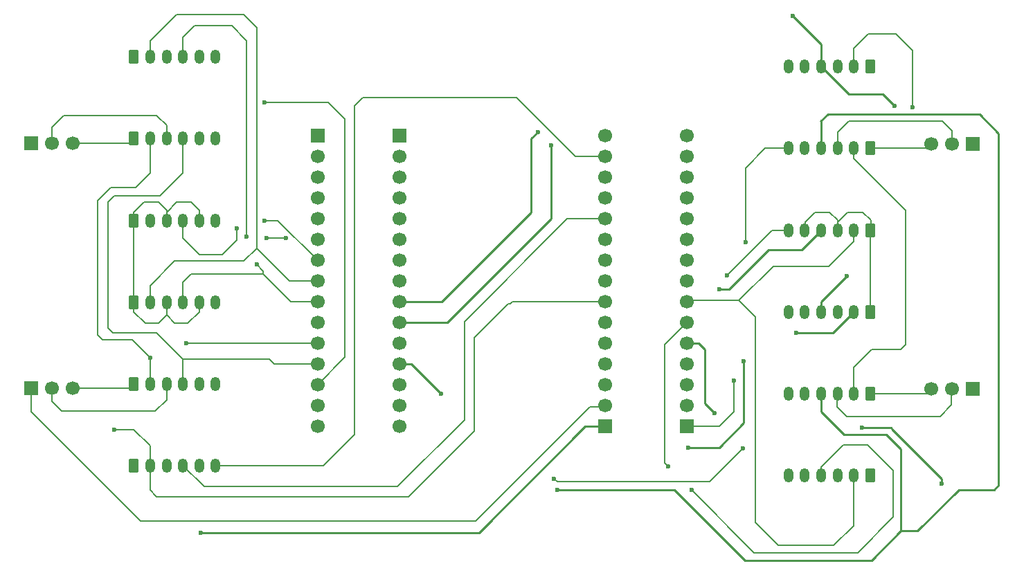
<source format=gbr>
%TF.GenerationSoftware,KiCad,Pcbnew,9.0.7*%
%TF.CreationDate,2026-02-06T13:42:45-05:00*%
%TF.ProjectId,ESP_Breakout,4553505f-4272-4656-916b-6f75742e6b69,rev?*%
%TF.SameCoordinates,Original*%
%TF.FileFunction,Copper,L1,Top*%
%TF.FilePolarity,Positive*%
%FSLAX46Y46*%
G04 Gerber Fmt 4.6, Leading zero omitted, Abs format (unit mm)*
G04 Created by KiCad (PCBNEW 9.0.7) date 2026-02-06 13:42:45*
%MOMM*%
%LPD*%
G01*
G04 APERTURE LIST*
G04 Aperture macros list*
%AMRoundRect*
0 Rectangle with rounded corners*
0 $1 Rounding radius*
0 $2 $3 $4 $5 $6 $7 $8 $9 X,Y pos of 4 corners*
0 Add a 4 corners polygon primitive as box body*
4,1,4,$2,$3,$4,$5,$6,$7,$8,$9,$2,$3,0*
0 Add four circle primitives for the rounded corners*
1,1,$1+$1,$2,$3*
1,1,$1+$1,$4,$5*
1,1,$1+$1,$6,$7*
1,1,$1+$1,$8,$9*
0 Add four rect primitives between the rounded corners*
20,1,$1+$1,$2,$3,$4,$5,0*
20,1,$1+$1,$4,$5,$6,$7,0*
20,1,$1+$1,$6,$7,$8,$9,0*
20,1,$1+$1,$8,$9,$2,$3,0*%
G04 Aperture macros list end*
%TA.AperFunction,ComponentPad*%
%ADD10R,1.700000X1.700000*%
%TD*%
%TA.AperFunction,ComponentPad*%
%ADD11C,1.700000*%
%TD*%
%TA.AperFunction,ComponentPad*%
%ADD12RoundRect,0.250000X-0.350000X-0.625000X0.350000X-0.625000X0.350000X0.625000X-0.350000X0.625000X0*%
%TD*%
%TA.AperFunction,ComponentPad*%
%ADD13O,1.200000X1.750000*%
%TD*%
%TA.AperFunction,ComponentPad*%
%ADD14RoundRect,0.250000X0.350000X0.625000X-0.350000X0.625000X-0.350000X-0.625000X0.350000X-0.625000X0*%
%TD*%
%TA.AperFunction,ViaPad*%
%ADD15C,0.600000*%
%TD*%
%TA.AperFunction,Conductor*%
%ADD16C,0.200000*%
%TD*%
%TA.AperFunction,Conductor*%
%ADD17C,0.250000*%
%TD*%
G04 APERTURE END LIST*
D10*
%TO.P,J5,1,Pin_1*%
%TO.N,+3.3V*%
X213990000Y-94450000D03*
D11*
%TO.P,J5,2,Pin_2*%
%TO.N,Net-(J5-Pin_2)*%
X211450000Y-94450000D03*
%TO.P,J5,3,Pin_3*%
%TO.N,GND*%
X208910000Y-94450000D03*
%TD*%
D12*
%TO.P,J_Drive4,1,1*%
%TO.N,GND*%
X111400000Y-93810000D03*
D13*
%TO.P,J_Drive4,2,2*%
%TO.N,/Drive_Ena+*%
X113400000Y-93810000D03*
%TO.P,J_Drive4,3,3*%
%TO.N,Net-(J6-Pin_2)*%
X115400000Y-93810000D03*
%TO.P,J_Drive4,4,4*%
%TO.N,/Drive_Dir+*%
X117400000Y-93810000D03*
%TO.P,J_Drive4,5,5*%
%TO.N,GND*%
X119400000Y-93810000D03*
%TO.P,J_Drive4,6,6*%
%TO.N,/Drive_Pul+*%
X121400000Y-93810000D03*
%TD*%
D12*
%TO.P,J_Turn1,1,1*%
%TO.N,GND*%
X111400000Y-73810000D03*
D13*
%TO.P,J_Turn1,2,2*%
%TO.N,/Turn_Ena+*%
X113400000Y-73810000D03*
%TO.P,J_Turn1,3,3*%
%TO.N,GND*%
X115400000Y-73810000D03*
%TO.P,J_Turn1,4,4*%
%TO.N,/Turn1_Dir+*%
X117400000Y-73810000D03*
%TO.P,J_Turn1,5,5*%
%TO.N,GND*%
X119400000Y-73810000D03*
%TO.P,J_Turn1,6,6*%
%TO.N,/Turn1_Pul+*%
X121400000Y-73810000D03*
%TD*%
D10*
%TO.P,J8,1,Pin_1*%
%TO.N,Net-(J1-Pin_1)*%
X133850000Y-63410000D03*
D11*
%TO.P,J8,2,Pin_2*%
%TO.N,Net-(J1-Pin_2)*%
X133850000Y-65950000D03*
%TO.P,J8,3,Pin_3*%
%TO.N,Net-(J1-Pin_3)*%
X133850000Y-68490000D03*
%TO.P,J8,4,Pin_4*%
%TO.N,Net-(J1-Pin_4)*%
X133850000Y-71030000D03*
%TO.P,J8,5,Pin_5*%
%TO.N,Net-(J1-Pin_5)*%
X133850000Y-73570000D03*
%TO.P,J8,6,Pin_6*%
%TO.N,/Turn1_Dir+*%
X133850000Y-76110000D03*
%TO.P,J8,7,Pin_7*%
%TO.N,/Turn1_Pul+*%
X133850000Y-78650000D03*
%TO.P,J8,8,Pin_8*%
%TO.N,/Lift_Ena+*%
X133850000Y-81190000D03*
%TO.P,J8,9,Pin_9*%
%TO.N,/Lift_Dir+*%
X133850000Y-83730000D03*
%TO.P,J8,10,Pin_10*%
%TO.N,/Lift_Pul+*%
X133850000Y-86270000D03*
%TO.P,J8,11,Pin_11*%
%TO.N,/Drive_Ena+*%
X133850000Y-88810000D03*
%TO.P,J8,12,Pin_12*%
%TO.N,/Drive_Dir+*%
X133850000Y-91350000D03*
%TO.P,J8,13,Pin_13*%
%TO.N,/Drive_Pul+*%
X133850000Y-93890000D03*
%TO.P,J8,14,Pin_14*%
%TO.N,Net-(J1-Pin_14)*%
X133850000Y-96430000D03*
%TO.P,J8,15,Pin_15*%
%TO.N,Net-(J1-Pin_15)*%
X133850000Y-98970000D03*
%TD*%
D12*
%TO.P,J_Lift4,1,1*%
%TO.N,GND*%
X111400000Y-83810000D03*
D13*
%TO.P,J_Lift4,2,2*%
%TO.N,/Lift_Ena+*%
X113400000Y-83810000D03*
%TO.P,J_Lift4,3,3*%
%TO.N,GND*%
X115400000Y-83810000D03*
%TO.P,J_Lift4,4,4*%
%TO.N,/Lift_Dir+*%
X117400000Y-83810000D03*
%TO.P,J_Lift4,5,5*%
%TO.N,GND*%
X119400000Y-83810000D03*
%TO.P,J_Lift4,6,6*%
%TO.N,/Lift_Pul+*%
X121400000Y-83810000D03*
%TD*%
D14*
%TO.P,J_Turn2,1,1*%
%TO.N,GND*%
X201450000Y-75000000D03*
D13*
%TO.P,J_Turn2,2,2*%
%TO.N,/Turn_Ena+*%
X199450000Y-75000000D03*
%TO.P,J_Turn2,3,3*%
%TO.N,GND*%
X197450000Y-75000000D03*
%TO.P,J_Turn2,4,4*%
%TO.N,/Turn2_Dir+*%
X195450000Y-75000000D03*
%TO.P,J_Turn2,5,5*%
%TO.N,GND*%
X193450000Y-75000000D03*
%TO.P,J_Turn2,6,6*%
%TO.N,/Turn2_Pul+*%
X191450000Y-75000000D03*
%TD*%
D12*
%TO.P,J_Drive1,1,1*%
%TO.N,GND*%
X111400000Y-63810000D03*
D13*
%TO.P,J_Drive1,2,2*%
%TO.N,/Drive_Ena+*%
X113400000Y-63810000D03*
%TO.P,J_Drive1,3,3*%
%TO.N,Net-(J3-Pin_2)*%
X115400000Y-63810000D03*
%TO.P,J_Drive1,4,4*%
%TO.N,/Drive_Dir+*%
X117400000Y-63810000D03*
%TO.P,J_Drive1,5,5*%
%TO.N,GND*%
X119400000Y-63810000D03*
%TO.P,J_Drive1,6,6*%
%TO.N,/Drive_Pul+*%
X121400000Y-63810000D03*
%TD*%
D14*
%TO.P,J_Drive3,1,1*%
%TO.N,GND*%
X201450000Y-95000000D03*
D13*
%TO.P,J_Drive3,2,2*%
%TO.N,/Drive_Ena+*%
X199450000Y-95000000D03*
%TO.P,J_Drive3,3,3*%
%TO.N,Net-(J5-Pin_2)*%
X197450000Y-95000000D03*
%TO.P,J_Drive3,4,4*%
%TO.N,/Drive_Dir+*%
X195450000Y-95000000D03*
%TO.P,J_Drive3,5,5*%
%TO.N,GND*%
X193450000Y-95000000D03*
%TO.P,J_Drive3,6,6*%
%TO.N,/Drive_Pul+*%
X191450000Y-95000000D03*
%TD*%
D10*
%TO.P,J2,1,Pin_1*%
%TO.N,GND*%
X169000000Y-99000000D03*
D11*
%TO.P,J2,2,Pin_2*%
%TO.N,+3.3V*%
X169000000Y-96460000D03*
%TO.P,J2,3,Pin_3*%
%TO.N,/Turn2_Pul+*%
X169000000Y-93920000D03*
%TO.P,J2,4,Pin_4*%
%TO.N,/Turn2_Dir+*%
X169000000Y-91380000D03*
%TO.P,J2,5,Pin_5*%
%TO.N,/Turn3_Pul+*%
X169000000Y-88840000D03*
%TO.P,J2,6,Pin_6*%
%TO.N,/Turn3_Dir+*%
X169000000Y-86300000D03*
%TO.P,J2,7,Pin_7*%
%TO.N,/Turn_Ena+*%
X169000000Y-83760000D03*
%TO.P,J2,8,Pin_8*%
%TO.N,Net-(J2-Pin_8)*%
X169000000Y-81220000D03*
%TO.P,J2,9,Pin_9*%
%TO.N,Net-(J2-Pin_9)*%
X169000000Y-78680000D03*
%TO.P,J2,10,Pin_10*%
%TO.N,Net-(J2-Pin_10)*%
X169000000Y-76140000D03*
%TO.P,J2,11,Pin_11*%
%TO.N,/Turn4_Dir+*%
X169000000Y-73600000D03*
%TO.P,J2,12,Pin_12*%
%TO.N,Net-(J2-Pin_12)*%
X169000000Y-71060000D03*
%TO.P,J2,13,Pin_13*%
%TO.N,Net-(J2-Pin_13)*%
X169000000Y-68520000D03*
%TO.P,J2,14,Pin_14*%
%TO.N,/Turn4_Pul+*%
X169000000Y-65980000D03*
%TO.P,J2,15,Pin_15*%
%TO.N,Net-(J2-Pin_15)*%
X169000000Y-63440000D03*
%TD*%
D14*
%TO.P,J_Lift3,1,1*%
%TO.N,GND*%
X201450000Y-85000000D03*
D13*
%TO.P,J_Lift3,2,2*%
%TO.N,/Lift_Ena+*%
X199450000Y-85000000D03*
%TO.P,J_Lift3,3,3*%
%TO.N,GND*%
X197450000Y-85000000D03*
%TO.P,J_Lift3,4,4*%
%TO.N,/Lift_Dir+*%
X195450000Y-85000000D03*
%TO.P,J_Lift3,5,5*%
%TO.N,GND*%
X193450000Y-85000000D03*
%TO.P,J_Lift3,6,6*%
%TO.N,/Lift_Pul+*%
X191450000Y-85000000D03*
%TD*%
D10*
%TO.P,J3,1,Pin_1*%
%TO.N,+3.3V*%
X98860000Y-64360000D03*
D11*
%TO.P,J3,2,Pin_2*%
%TO.N,Net-(J3-Pin_2)*%
X101400000Y-64360000D03*
%TO.P,J3,3,Pin_3*%
%TO.N,GND*%
X103940000Y-64360000D03*
%TD*%
D10*
%TO.P,J1,1,Pin_1*%
%TO.N,Net-(J1-Pin_1)*%
X143850000Y-63410000D03*
D11*
%TO.P,J1,2,Pin_2*%
%TO.N,Net-(J1-Pin_2)*%
X143850000Y-65950000D03*
%TO.P,J1,3,Pin_3*%
%TO.N,Net-(J1-Pin_3)*%
X143850000Y-68490000D03*
%TO.P,J1,4,Pin_4*%
%TO.N,Net-(J1-Pin_4)*%
X143850000Y-71030000D03*
%TO.P,J1,5,Pin_5*%
%TO.N,Net-(J1-Pin_5)*%
X143850000Y-73570000D03*
%TO.P,J1,6,Pin_6*%
%TO.N,/Turn1_Dir+*%
X143850000Y-76110000D03*
%TO.P,J1,7,Pin_7*%
%TO.N,/Turn1_Pul+*%
X143850000Y-78650000D03*
%TO.P,J1,8,Pin_8*%
%TO.N,/Lift_Ena+*%
X143850000Y-81190000D03*
%TO.P,J1,9,Pin_9*%
%TO.N,/Lift_Dir+*%
X143850000Y-83730000D03*
%TO.P,J1,10,Pin_10*%
%TO.N,/Lift_Pul+*%
X143850000Y-86270000D03*
%TO.P,J1,11,Pin_11*%
%TO.N,/Drive_Ena+*%
X143850000Y-88810000D03*
%TO.P,J1,12,Pin_12*%
%TO.N,/Drive_Dir+*%
X143850000Y-91350000D03*
%TO.P,J1,13,Pin_13*%
%TO.N,/Drive_Pul+*%
X143850000Y-93890000D03*
%TO.P,J1,14,Pin_14*%
%TO.N,Net-(J1-Pin_14)*%
X143850000Y-96430000D03*
%TO.P,J1,15,Pin_15*%
%TO.N,Net-(J1-Pin_15)*%
X143850000Y-98970000D03*
%TD*%
D10*
%TO.P,J6,1,Pin_1*%
%TO.N,+3.3V*%
X98860000Y-94360000D03*
D11*
%TO.P,J6,2,Pin_2*%
%TO.N,Net-(J6-Pin_2)*%
X101400000Y-94360000D03*
%TO.P,J6,3,Pin_3*%
%TO.N,GND*%
X103940000Y-94360000D03*
%TD*%
D12*
%TO.P,J_Turn4,1,1*%
%TO.N,GND*%
X111400000Y-103810000D03*
D13*
%TO.P,J_Turn4,2,2*%
%TO.N,/Turn_Ena+*%
X113400000Y-103810000D03*
%TO.P,J_Turn4,3,3*%
%TO.N,GND*%
X115400000Y-103810000D03*
%TO.P,J_Turn4,4,4*%
%TO.N,/Turn4_Dir+*%
X117400000Y-103810000D03*
%TO.P,J_Turn4,5,5*%
%TO.N,GND*%
X119400000Y-103810000D03*
%TO.P,J_Turn4,6,6*%
%TO.N,/Turn4_Pul+*%
X121400000Y-103810000D03*
%TD*%
D14*
%TO.P,J_Turn3,1,1*%
%TO.N,GND*%
X201450000Y-105000000D03*
D13*
%TO.P,J_Turn3,2,2*%
%TO.N,/Turn_Ena+*%
X199450000Y-105000000D03*
%TO.P,J_Turn3,3,3*%
%TO.N,GND*%
X197450000Y-105000000D03*
%TO.P,J_Turn3,4,4*%
%TO.N,/Turn3_Dir+*%
X195450000Y-105000000D03*
%TO.P,J_Turn3,5,5*%
%TO.N,GND*%
X193450000Y-105000000D03*
%TO.P,J_Turn3,6,6*%
%TO.N,/Turn3_Pul+*%
X191450000Y-105000000D03*
%TD*%
D14*
%TO.P,J_Lift2,1,1*%
%TO.N,GND*%
X201450000Y-55000000D03*
D13*
%TO.P,J_Lift2,2,2*%
%TO.N,/Lift_Ena+*%
X199450000Y-55000000D03*
%TO.P,J_Lift2,3,3*%
%TO.N,GND*%
X197450000Y-55000000D03*
%TO.P,J_Lift2,4,4*%
%TO.N,/Lift_Dir+*%
X195450000Y-55000000D03*
%TO.P,J_Lift2,5,5*%
%TO.N,GND*%
X193450000Y-55000000D03*
%TO.P,J_Lift2,6,6*%
%TO.N,/Lift_Pul+*%
X191450000Y-55000000D03*
%TD*%
D12*
%TO.P,J_Lift1,1,1*%
%TO.N,GND*%
X111400000Y-53810000D03*
D13*
%TO.P,J_Lift1,2,2*%
%TO.N,/Lift_Ena+*%
X113400000Y-53810000D03*
%TO.P,J_Lift1,3,3*%
%TO.N,GND*%
X115400000Y-53810000D03*
%TO.P,J_Lift1,4,4*%
%TO.N,/Lift_Dir+*%
X117400000Y-53810000D03*
%TO.P,J_Lift1,5,5*%
%TO.N,GND*%
X119400000Y-53810000D03*
%TO.P,J_Lift1,6,6*%
%TO.N,/Lift_Pul+*%
X121400000Y-53810000D03*
%TD*%
D10*
%TO.P,J7,1,Pin_1*%
%TO.N,GND*%
X179000000Y-99000000D03*
D11*
%TO.P,J7,2,Pin_2*%
%TO.N,+3.3V*%
X179000000Y-96460000D03*
%TO.P,J7,3,Pin_3*%
%TO.N,/Turn2_Pul+*%
X179000000Y-93920000D03*
%TO.P,J7,4,Pin_4*%
%TO.N,/Turn2_Dir+*%
X179000000Y-91380000D03*
%TO.P,J7,5,Pin_5*%
%TO.N,/Turn3_Pul+*%
X179000000Y-88840000D03*
%TO.P,J7,6,Pin_6*%
%TO.N,/Turn3_Dir+*%
X179000000Y-86300000D03*
%TO.P,J7,7,Pin_7*%
%TO.N,/Turn_Ena+*%
X179000000Y-83760000D03*
%TO.P,J7,8,Pin_8*%
%TO.N,Net-(J2-Pin_8)*%
X179000000Y-81220000D03*
%TO.P,J7,9,Pin_9*%
%TO.N,Net-(J2-Pin_9)*%
X179000000Y-78680000D03*
%TO.P,J7,10,Pin_10*%
%TO.N,Net-(J2-Pin_10)*%
X179000000Y-76140000D03*
%TO.P,J7,11,Pin_11*%
%TO.N,/Turn4_Dir+*%
X179000000Y-73600000D03*
%TO.P,J7,12,Pin_12*%
%TO.N,Net-(J2-Pin_12)*%
X179000000Y-71060000D03*
%TO.P,J7,13,Pin_13*%
%TO.N,Net-(J2-Pin_13)*%
X179000000Y-68520000D03*
%TO.P,J7,14,Pin_14*%
%TO.N,/Turn4_Pul+*%
X179000000Y-65980000D03*
%TO.P,J7,15,Pin_15*%
%TO.N,Net-(J2-Pin_15)*%
X179000000Y-63440000D03*
%TD*%
D10*
%TO.P,J4,1,Pin_1*%
%TO.N,+3.3V*%
X213990000Y-64450000D03*
D11*
%TO.P,J4,2,Pin_2*%
%TO.N,Net-(J4-Pin_2)*%
X211450000Y-64450000D03*
%TO.P,J4,3,Pin_3*%
%TO.N,GND*%
X208910000Y-64450000D03*
%TD*%
D14*
%TO.P,J_Drive2,1,1*%
%TO.N,GND*%
X201450000Y-65000000D03*
D13*
%TO.P,J_Drive2,2,2*%
%TO.N,/Drive_Ena+*%
X199450000Y-65000000D03*
%TO.P,J_Drive2,3,3*%
%TO.N,Net-(J4-Pin_2)*%
X197450000Y-65000000D03*
%TO.P,J_Drive2,4,4*%
%TO.N,/Drive_Dir+*%
X195450000Y-65000000D03*
%TO.P,J_Drive2,5,5*%
%TO.N,GND*%
X193450000Y-65000000D03*
%TO.P,J_Drive2,6,6*%
%TO.N,/Drive_Pul+*%
X191450000Y-65000000D03*
%TD*%
D15*
%TO.N,/Turn1_Pul+*%
X127390000Y-73810000D03*
%TO.N,/Lift_Dir+*%
X126400000Y-79200000D03*
X204400000Y-59800000D03*
X160800000Y-63000000D03*
X125200000Y-75800000D03*
X198600000Y-80600000D03*
X192000000Y-48800000D03*
%TO.N,/Lift_Ena+*%
X192400000Y-87600000D03*
X206600000Y-60000000D03*
X186000000Y-91000000D03*
X179200000Y-101600000D03*
%TO.N,/Drive_Dir+*%
X163200000Y-106800000D03*
X149000000Y-95000000D03*
%TO.N,/Lift_Pul+*%
X162400000Y-64600000D03*
%TO.N,/Drive_Ena+*%
X117810000Y-88810000D03*
X210200000Y-106000000D03*
X113400000Y-90600000D03*
X200400000Y-99200000D03*
%TO.N,/Turn1_Dir+*%
X124000000Y-74800000D03*
X130000000Y-76000000D03*
X127600000Y-76000000D03*
%TO.N,/Drive_Pul+*%
X127400000Y-59400000D03*
X185900000Y-101700000D03*
X162800000Y-105400000D03*
X186200000Y-76500000D03*
%TO.N,/Turn_Ena+*%
X109000000Y-99400000D03*
%TO.N,/Turn2_Dir+*%
X183000000Y-82200000D03*
%TO.N,/Turn3_Pul+*%
X182400000Y-97400000D03*
%TO.N,/Turn2_Pul+*%
X183900000Y-80500000D03*
%TO.N,/Turn3_Dir+*%
X176700000Y-103900000D03*
X179600000Y-106800000D03*
%TO.N,GND*%
X184800000Y-93400000D03*
X119600000Y-112000000D03*
%TD*%
D16*
%TO.N,/Turn1_Pul+*%
X127390000Y-73810000D02*
X129010000Y-73810000D01*
X129010000Y-73810000D02*
X133850000Y-78650000D01*
D17*
%TO.N,/Lift_Dir+*%
X143850000Y-83730000D02*
X149070000Y-83730000D01*
X149070000Y-83730000D02*
X160000000Y-72800000D01*
D16*
X118800000Y-50000000D02*
X123400000Y-50000000D01*
X117400000Y-53810000D02*
X117400000Y-51400000D01*
X126400000Y-79200000D02*
X127200000Y-80000000D01*
X133780000Y-83800000D02*
X133850000Y-83730000D01*
X117400000Y-81400000D02*
X118400000Y-80400000D01*
D17*
X198800000Y-58350000D02*
X202950000Y-58350000D01*
X195450000Y-52250000D02*
X195450000Y-55000000D01*
D16*
X117400000Y-51400000D02*
X118800000Y-50000000D01*
X117400000Y-83810000D02*
X117400000Y-81400000D01*
D17*
X198600000Y-80600000D02*
X195450000Y-83750000D01*
X192000000Y-48800000D02*
X195450000Y-52250000D01*
D16*
X130600000Y-83800000D02*
X133780000Y-83800000D01*
D17*
X195450000Y-55000000D02*
X198800000Y-58350000D01*
D16*
X118400000Y-80400000D02*
X127200000Y-80400000D01*
D17*
X160000000Y-72800000D02*
X160000000Y-63800000D01*
X195450000Y-83750000D02*
X195450000Y-85000000D01*
X202950000Y-58350000D02*
X204400000Y-59800000D01*
X160000000Y-63800000D02*
X160800000Y-63000000D01*
D16*
X127200000Y-80400000D02*
X130600000Y-83800000D01*
X127200000Y-80000000D02*
X127200000Y-80400000D01*
X123400000Y-50000000D02*
X125200000Y-51800000D01*
X125200000Y-57600000D02*
X125200000Y-75800000D01*
X125200000Y-51800000D02*
X125200000Y-57600000D01*
D17*
%TO.N,/Lift_Ena+*%
X192400000Y-87600000D02*
X196850000Y-87600000D01*
D16*
X128200000Y-79000000D02*
X130390000Y-81190000D01*
X201200000Y-51000000D02*
X204400000Y-51000000D01*
X199450000Y-52750000D02*
X201200000Y-51000000D01*
D17*
X186000000Y-98600000D02*
X186000000Y-91000000D01*
X183000000Y-101600000D02*
X186000000Y-98600000D01*
D16*
X113400000Y-51800000D02*
X116600000Y-48600000D01*
D17*
X196850000Y-87600000D02*
X199450000Y-85000000D01*
D16*
X126400000Y-77200000D02*
X128200000Y-79000000D01*
X124800000Y-48600000D02*
X126400000Y-50200000D01*
D17*
X179200000Y-101600000D02*
X183000000Y-101600000D01*
D16*
X199450000Y-55000000D02*
X199450000Y-52750000D01*
X206600000Y-53000000D02*
X206600000Y-60000000D01*
X126400000Y-50200000D02*
X126400000Y-77200000D01*
X116400000Y-78800000D02*
X124800000Y-78800000D01*
X130390000Y-81190000D02*
X133850000Y-81190000D01*
X204400000Y-51000000D02*
X204600000Y-51000000D01*
X124800000Y-78800000D02*
X126400000Y-77200000D01*
X113400000Y-81800000D02*
X116400000Y-78800000D01*
X204600000Y-51000000D02*
X206600000Y-53000000D01*
X116600000Y-48600000D02*
X124800000Y-48600000D01*
X113400000Y-83810000D02*
X113400000Y-81800000D01*
X113400000Y-53810000D02*
X113400000Y-51800000D01*
%TO.N,/Drive_Dir+*%
X108200000Y-71600000D02*
X108200000Y-87000000D01*
X114200000Y-87600000D02*
X117400000Y-90800000D01*
D17*
X145350000Y-91350000D02*
X149000000Y-95000000D01*
X212300000Y-106750000D02*
X207250000Y-111800000D01*
X217150000Y-63150000D02*
X217150000Y-106200000D01*
X201600000Y-115400000D02*
X205200000Y-111800000D01*
X205200000Y-111800000D02*
X205200000Y-101800000D01*
D16*
X117400000Y-63810000D02*
X117400000Y-68000000D01*
D17*
X198200000Y-100000000D02*
X195450000Y-97250000D01*
X195400000Y-61700000D02*
X196300000Y-60800000D01*
X203400000Y-100000000D02*
X198200000Y-100000000D01*
X177500000Y-106800000D02*
X186100000Y-115400000D01*
D16*
X117400000Y-90800000D02*
X128000000Y-90800000D01*
D17*
X196300000Y-60800000D02*
X214800000Y-60800000D01*
D16*
X117400000Y-90800000D02*
X117400000Y-93810000D01*
D17*
X143850000Y-91350000D02*
X145350000Y-91350000D01*
D16*
X108200000Y-87000000D02*
X108800000Y-87600000D01*
D17*
X217150000Y-106200000D02*
X216600000Y-106750000D01*
X205200000Y-101800000D02*
X203400000Y-100000000D01*
D16*
X108800000Y-87600000D02*
X114200000Y-87600000D01*
X109000000Y-70800000D02*
X108200000Y-71600000D01*
D17*
X186100000Y-115400000D02*
X201600000Y-115400000D01*
X216600000Y-106750000D02*
X212300000Y-106750000D01*
X195450000Y-97250000D02*
X195450000Y-95000000D01*
D16*
X114600000Y-70800000D02*
X109000000Y-70800000D01*
D17*
X163200000Y-106800000D02*
X177500000Y-106800000D01*
X195450000Y-65000000D02*
X195450000Y-61750000D01*
X195450000Y-61750000D02*
X195400000Y-61700000D01*
X214800000Y-60800000D02*
X217150000Y-63150000D01*
D16*
X117400000Y-68000000D02*
X114600000Y-70800000D01*
X128000000Y-90800000D02*
X128550000Y-91350000D01*
D17*
X207250000Y-111800000D02*
X205200000Y-111800000D01*
D16*
X128550000Y-91350000D02*
X133850000Y-91350000D01*
D17*
%TO.N,/Lift_Pul+*%
X162400000Y-73600000D02*
X149730000Y-86270000D01*
X149730000Y-86270000D02*
X143850000Y-86270000D01*
X162400000Y-64600000D02*
X162400000Y-73600000D01*
D16*
%TO.N,/Drive_Ena+*%
X113400000Y-63810000D02*
X113400000Y-68000000D01*
D17*
X204000000Y-99200000D02*
X200400000Y-99200000D01*
D16*
X201600000Y-89600000D02*
X199400000Y-91800000D01*
D17*
X210200000Y-105400000D02*
X204200000Y-99400000D01*
D16*
X107000000Y-87800000D02*
X107600000Y-88400000D01*
X205800000Y-89000000D02*
X205200000Y-89600000D01*
D17*
X210200000Y-106000000D02*
X210200000Y-105400000D01*
D16*
X107600000Y-88400000D02*
X111200000Y-88400000D01*
X199400000Y-66200000D02*
X205800000Y-72600000D01*
D17*
X204200000Y-99400000D02*
X204000000Y-99200000D01*
D16*
X199400000Y-65010000D02*
X199400000Y-66200000D01*
X107000000Y-71400000D02*
X107000000Y-87800000D01*
X199400000Y-91800000D02*
X199400000Y-95010000D01*
X205800000Y-72600000D02*
X205800000Y-89000000D01*
X111200000Y-88400000D02*
X113400000Y-90600000D01*
X111600000Y-69800000D02*
X108600000Y-69800000D01*
X117810000Y-88810000D02*
X133850000Y-88810000D01*
X205200000Y-89600000D02*
X201600000Y-89600000D01*
X108600000Y-69800000D02*
X107000000Y-71400000D01*
X113400000Y-68000000D02*
X111600000Y-69800000D01*
X113400000Y-90600000D02*
X113400000Y-93810000D01*
%TO.N,/Turn1_Dir+*%
X117400000Y-73810000D02*
X117400000Y-76000000D01*
X117400000Y-76000000D02*
X119400000Y-78000000D01*
X124000000Y-76200000D02*
X124000000Y-74800000D01*
X127600000Y-76000000D02*
X130000000Y-76000000D01*
X119400000Y-78000000D02*
X122200000Y-78000000D01*
X122200000Y-78000000D02*
X124000000Y-76200000D01*
%TO.N,/Drive_Pul+*%
X137200000Y-90540000D02*
X137200000Y-85400000D01*
X191450000Y-65000000D02*
X188600000Y-65000000D01*
X163150000Y-105750000D02*
X181850000Y-105750000D01*
X186200000Y-67400000D02*
X186200000Y-76500000D01*
X188600000Y-65000000D02*
X186200000Y-67400000D01*
X137200000Y-85400000D02*
X137200000Y-61400000D01*
X133850000Y-93890000D02*
X137200000Y-90540000D01*
X162800000Y-105400000D02*
X163150000Y-105750000D01*
X135200000Y-59400000D02*
X127400000Y-59400000D01*
X137200000Y-61400000D02*
X135200000Y-59400000D01*
X181850000Y-105750000D02*
X185900000Y-101700000D01*
%TO.N,/Turn4_Pul+*%
X138400000Y-59800000D02*
X139400000Y-58800000D01*
X165380000Y-65980000D02*
X169000000Y-65980000D01*
X158200000Y-58800000D02*
X165380000Y-65980000D01*
X121400000Y-103810000D02*
X134590000Y-103810000D01*
X134590000Y-103810000D02*
X138400000Y-100000000D01*
X139400000Y-58800000D02*
X158200000Y-58800000D01*
X138400000Y-100000000D02*
X138400000Y-59800000D01*
%TO.N,/Turn_Ena+*%
X153000000Y-99600000D02*
X153000000Y-88200000D01*
X196400000Y-79400000D02*
X189600000Y-79400000D01*
X179160000Y-83600000D02*
X179000000Y-83760000D01*
X114200000Y-107600000D02*
X145000000Y-107600000D01*
X109000000Y-99400000D02*
X111400000Y-99400000D01*
X199450000Y-111150000D02*
X197000000Y-113600000D01*
X189600000Y-79400000D02*
X185400000Y-83600000D01*
X153000000Y-88200000D02*
X157200000Y-84000000D01*
X199450000Y-76350000D02*
X196400000Y-79400000D01*
X185400000Y-83600000D02*
X179160000Y-83600000D01*
X197000000Y-113600000D02*
X190200000Y-113600000D01*
X199450000Y-75000000D02*
X199450000Y-76350000D01*
X187400000Y-110800000D02*
X187400000Y-85600000D01*
X187400000Y-85600000D02*
X185400000Y-83600000D01*
X113400000Y-101400000D02*
X113400000Y-103810000D01*
X111400000Y-99400000D02*
X113400000Y-101400000D01*
X157400000Y-84000000D02*
X157640000Y-83760000D01*
X157640000Y-83760000D02*
X169000000Y-83760000D01*
X145000000Y-107600000D02*
X153000000Y-99600000D01*
X157200000Y-84000000D02*
X157400000Y-84000000D01*
X199450000Y-105000000D02*
X199450000Y-111150000D01*
X190200000Y-113600000D02*
X187400000Y-110800000D01*
X113400000Y-103810000D02*
X113400000Y-106800000D01*
X113400000Y-106800000D02*
X114200000Y-107600000D01*
D17*
%TO.N,/Turn2_Dir+*%
X184200000Y-82200000D02*
X183000000Y-82200000D01*
X189000000Y-77400000D02*
X184200000Y-82200000D01*
X195450000Y-75000000D02*
X193050000Y-77400000D01*
X193050000Y-77400000D02*
X189000000Y-77400000D01*
%TO.N,/Turn3_Pul+*%
X182400000Y-97400000D02*
X181200000Y-96200000D01*
X181200000Y-96200000D02*
X181200000Y-89600000D01*
X180440000Y-88840000D02*
X179000000Y-88840000D01*
X181200000Y-89600000D02*
X180440000Y-88840000D01*
D16*
%TO.N,/Turn2_Pul+*%
X183900000Y-80500000D02*
X189400000Y-75000000D01*
X189400000Y-75000000D02*
X191450000Y-75000000D01*
%TO.N,/Turn3_Dir+*%
X187250000Y-114450000D02*
X179600000Y-106800000D01*
X176700000Y-103900000D02*
X176300000Y-103500000D01*
X176300000Y-89000000D02*
X179000000Y-86300000D01*
X195450000Y-105000000D02*
X195450000Y-104000000D01*
X201150000Y-101300000D02*
X204250000Y-104400000D01*
X204250000Y-104400000D02*
X204250000Y-110100000D01*
X188000000Y-114450000D02*
X187250000Y-114450000D01*
X204250000Y-110100000D02*
X199900000Y-114450000D01*
X195450000Y-104000000D02*
X198150000Y-101300000D01*
X199900000Y-114450000D02*
X199650000Y-114450000D01*
X198150000Y-101300000D02*
X201150000Y-101300000D01*
X199650000Y-114450000D02*
X188000000Y-114450000D01*
X176300000Y-103500000D02*
X176300000Y-89000000D01*
%TO.N,/Turn4_Dir+*%
X151800000Y-98200000D02*
X151800000Y-86200000D01*
X119990000Y-106400000D02*
X143600000Y-106400000D01*
X143600000Y-106400000D02*
X151800000Y-98200000D01*
X117400000Y-103810000D02*
X119990000Y-106400000D01*
X164400000Y-73600000D02*
X169000000Y-73600000D01*
X151800000Y-86200000D02*
X164400000Y-73600000D01*
%TO.N,Net-(J3-Pin_2)*%
X101400000Y-62400000D02*
X101400000Y-64360000D01*
X114200000Y-61000000D02*
X102800000Y-61000000D01*
X115400000Y-63810000D02*
X115400000Y-62200000D01*
X115400000Y-62200000D02*
X114200000Y-61000000D01*
X102800000Y-61000000D02*
X101400000Y-62400000D01*
%TO.N,GND*%
X201450000Y-65000000D02*
X208360000Y-65000000D01*
X179000000Y-99000000D02*
X183000000Y-99000000D01*
X200500000Y-72800000D02*
X201500000Y-73800000D01*
X201500000Y-73800000D02*
X201500000Y-75010000D01*
X116400000Y-86400000D02*
X118000000Y-86400000D01*
X208360000Y-95000000D02*
X208910000Y-94450000D01*
X111400000Y-72800000D02*
X112600000Y-71600000D01*
X111400000Y-73810000D02*
X111400000Y-83810000D01*
X115400000Y-85400000D02*
X115400000Y-83810000D01*
D17*
X166600000Y-99000000D02*
X153600000Y-112000000D01*
D16*
X183000000Y-99000000D02*
X184800000Y-97200000D01*
X119400000Y-72600000D02*
X119400000Y-73810000D01*
D17*
X169000000Y-99000000D02*
X166600000Y-99000000D01*
D16*
X110850000Y-94360000D02*
X111400000Y-93810000D01*
X112600000Y-71600000D02*
X114400000Y-71600000D01*
X201450000Y-95000000D02*
X208360000Y-95000000D01*
X114400000Y-71600000D02*
X115400000Y-72600000D01*
X194700000Y-72800000D02*
X196500000Y-72800000D01*
X103940000Y-94360000D02*
X110850000Y-94360000D01*
X115400000Y-72800000D02*
X116600000Y-71600000D01*
X197500000Y-73800000D02*
X197500000Y-75010000D01*
X111400000Y-85000000D02*
X112800000Y-86400000D01*
X115400000Y-72600000D02*
X115400000Y-73810000D01*
X115400000Y-73810000D02*
X115400000Y-72800000D01*
X114400000Y-86400000D02*
X115400000Y-85400000D01*
X111400000Y-83810000D02*
X111400000Y-85000000D01*
X115400000Y-85400000D02*
X116400000Y-86400000D01*
X184800000Y-97200000D02*
X184800000Y-93400000D01*
X119400000Y-85000000D02*
X119400000Y-83810000D01*
X118400000Y-71600000D02*
X119400000Y-72600000D01*
X197500000Y-74000000D02*
X198700000Y-72800000D01*
X116600000Y-71600000D02*
X118400000Y-71600000D01*
X112800000Y-86400000D02*
X114400000Y-86400000D01*
X197500000Y-75010000D02*
X197500000Y-74000000D01*
X193500000Y-74000000D02*
X194700000Y-72800000D01*
X111400000Y-73810000D02*
X111400000Y-72800000D01*
X103940000Y-64360000D02*
X110850000Y-64360000D01*
X196500000Y-72800000D02*
X197500000Y-73800000D01*
X201450000Y-75000000D02*
X201450000Y-85000000D01*
D17*
X153600000Y-112000000D02*
X119600000Y-112000000D01*
D16*
X208360000Y-65000000D02*
X208910000Y-64450000D01*
X110850000Y-64360000D02*
X111400000Y-63810000D01*
X198700000Y-72800000D02*
X200500000Y-72800000D01*
X118000000Y-86400000D02*
X119400000Y-85000000D01*
X193500000Y-75010000D02*
X193500000Y-74000000D01*
%TO.N,+3.3V*%
X167200000Y-96600000D02*
X168860000Y-96600000D01*
X98860000Y-97260000D02*
X112200000Y-110600000D01*
X168860000Y-96600000D02*
X169000000Y-96460000D01*
X98860000Y-94360000D02*
X98860000Y-97260000D01*
X153200000Y-110600000D02*
X167200000Y-96600000D01*
X112200000Y-110600000D02*
X153200000Y-110600000D01*
%TO.N,Net-(J4-Pin_2)*%
X210250000Y-61640000D02*
X198850000Y-61640000D01*
X198850000Y-61640000D02*
X197450000Y-63040000D01*
X211450000Y-64450000D02*
X211450000Y-62840000D01*
X211450000Y-62840000D02*
X210250000Y-61640000D01*
X197450000Y-63040000D02*
X197450000Y-65000000D01*
%TO.N,Net-(J5-Pin_2)*%
X197400000Y-95000000D02*
X197400000Y-96610000D01*
X198600000Y-97810000D02*
X210000000Y-97810000D01*
X197400000Y-96610000D02*
X198600000Y-97810000D01*
X210000000Y-97810000D02*
X211400000Y-96410000D01*
X211400000Y-96410000D02*
X211400000Y-94450000D01*
%TO.N,Net-(J6-Pin_2)*%
X102600000Y-97170000D02*
X114000000Y-97170000D01*
X115400000Y-95770000D02*
X115400000Y-93810000D01*
X114000000Y-97170000D02*
X115400000Y-95770000D01*
X101400000Y-94360000D02*
X101400000Y-95970000D01*
X101400000Y-95970000D02*
X102600000Y-97170000D01*
%TD*%
M02*

</source>
